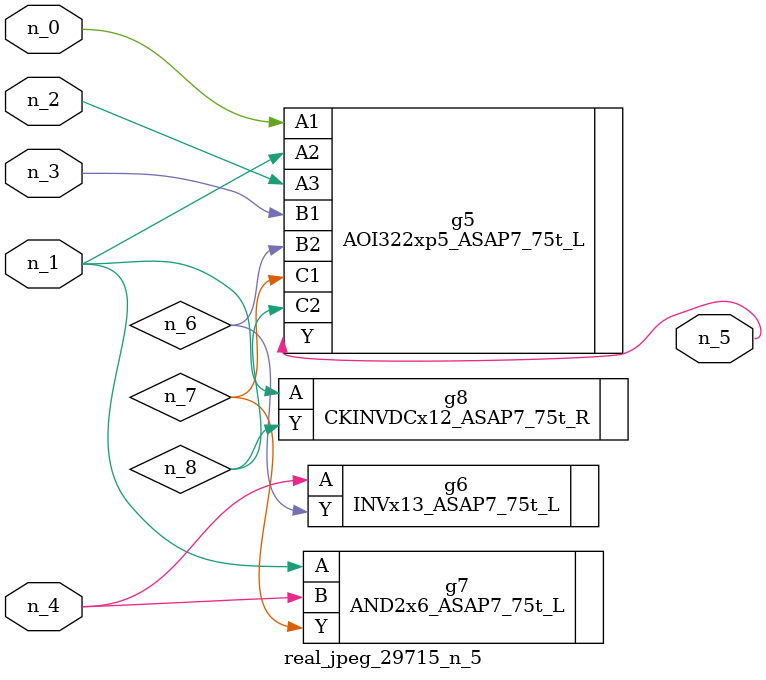
<source format=v>
module real_jpeg_29715_n_5 (n_4, n_0, n_1, n_2, n_3, n_5);

input n_4;
input n_0;
input n_1;
input n_2;
input n_3;

output n_5;

wire n_8;
wire n_6;
wire n_7;

AOI322xp5_ASAP7_75t_L g5 ( 
.A1(n_0),
.A2(n_1),
.A3(n_2),
.B1(n_3),
.B2(n_6),
.C1(n_7),
.C2(n_8),
.Y(n_5)
);

AND2x6_ASAP7_75t_L g7 ( 
.A(n_1),
.B(n_4),
.Y(n_7)
);

CKINVDCx12_ASAP7_75t_R g8 ( 
.A(n_1),
.Y(n_8)
);

INVx13_ASAP7_75t_L g6 ( 
.A(n_4),
.Y(n_6)
);


endmodule
</source>
